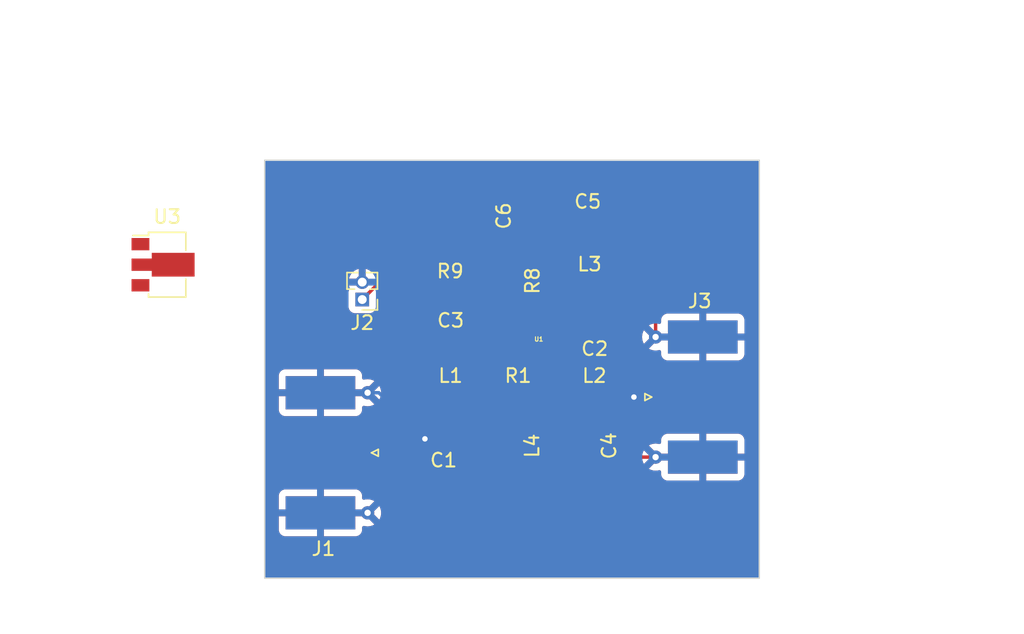
<source format=kicad_pcb>
(kicad_pcb (version 20221018) (generator pcbnew)
  (layers (0 "F.Cu" signal) (31 "B.Cu" signal) (34 "B.Paste" user) (35 "F.Paste" user) (36 "B.SilkS" user "B.Silkscreen") (37 "F.SilkS" user "F.Silkscreen") (38 "B.Mask" user) (39 "F.Mask" user) (44 "Edge.Cuts" user))
  (net 0 "")
  (net 1 "Net-(C1-Pad1)")
  (net 2 "GND")
  (net 3 "Net-(J3-Pin_1)")
  (net 4 "Net-(C2-Pad2)")
  (net 5 "Net-(C3-Pad2)")
  (net 6 "Net-(C4-Pad1)")
  (net 7 "Net-(C5-Pad1)")
  (net 8 "Net-(L4-Pad1)")
  (net 11 "Net-(J2-Pin_1)")
  (net 12 "Net-(J1-Pin_1)")
  (footprint "Capacitor_SMD:C_0201_0603Metric" (layer "F.Cu") (at 157.668 77.724)
    (fp_text reference "C5" (at 0 -1.05) (layer "F.SilkS"))
    (fp_text value "210pF")
    (pad "1" smd roundrect (at -0.32 0) (size 0.46 0.4) (layers "F.Cu" "F.Mask") (net 7 "Net-(C5-Pad1)"))
    (pad "2" smd roundrect (at 0.32 0) (size 0.46 0.4) (layers "F.Cu" "F.Mask") (net 2 "GND"))
  )
  (footprint "Inductor_SMD:L_0201_0603Metric" (layer "F.Cu") (at 152.563 94.488 -90)
    (fp_text reference "L4" (at 0 -1.05 90) (layer "F.SilkS"))
    (fp_text value "20nH")
    (pad "1" smd roundrect (at -0.32 0 270) (size 0.46 0.4) (layers "F.Cu" "F.Mask") (net 8 "Net-(L4-Pad1)"))
    (pad "2" smd roundrect (at 0.32 0 270) (size 0.46 0.4) (layers "F.Cu" "F.Mask") (net 2 "GND"))
  )
  (footprint "Capacitor_SMD:C_0201_0603Metric" (layer "F.Cu") (at 147.157 94.488 180)
    (fp_text reference "C1" (at 0 -1.05) (layer "F.SilkS"))
    (fp_text value "14pF")
    (pad "1" smd roundrect (at -0.32 0 180) (size 0.46 0.4) (layers "F.Cu" "F.Mask") (net 1 "Net-(C1-Pad1)"))
    (pad "2" smd roundrect (at 0.32 0 180) (size 0.46 0.4) (layers "F.Cu" "F.Mask") (net 2 "GND"))
  )
  (footprint "Inductor_SMD:L_0201_0603Metric" (layer "F.Cu") (at 147.665 90.424)
    (fp_text reference "L1" (at 0 -1.05) (layer "F.SilkS"))
    (fp_text value "39nH")
    (pad "1" smd roundrect (at -0.32 0) (size 0.46 0.4) (layers "F.Cu" "F.Mask") (net 12 "Net-(J1-Pin_1)"))
    (pad "2" smd roundrect (at 0.32 0) (size 0.46 0.4) (layers "F.Cu" "F.Mask") (net 1 "Net-(C1-Pad1)"))
  )
  (footprint "Connector_Coaxial:SMA_Molex_73251-1153_EdgeMount_Horizontal" (layer "F.Cu") (at 164.338 90.932 180)
    (fp_text reference "J3" (at -1.5 7) (layer "F.SilkS"))
    (fp_text value "Conn_01x02")
    (fp_line (start 2 0) (end 2.5 -0.25) (stroke (width 0.12)) (layer "F.SilkS"))
    (fp_line (start 2.5 -0.25) (end 2.5 0.25) (stroke (width 0.12)) (layer "F.SilkS"))
    (fp_line (start 2.5 0.25) (end 2 0) (stroke (width 0.12)) (layer "F.SilkS"))
    (pad "1" smd rect (at -1.72 0 180) (size 5.08 2.29) (layers "F.Cu" "F.Paste" "F.Mask") (net 3 "Net-(J3-Pin_1)"))
    (pad "2" smd rect (at -1.72 -4.38 180) (size 5.08 2.42) (layers "F.Cu" "F.Paste" "F.Mask") (net 2 "GND"))
    (pad "2" smd rect (at -1.72 -4.38 180) (size 5.08 2.42) (layers "B.Cu" "B.Paste" "B.Mask") (net 2 "GND"))
    (pad "2" smd rect (at -1.72 4.38 180) (size 5.08 2.42) (layers "F.Cu" "F.Paste" "F.Mask") (net 2 "GND"))
    (pad "2" smd rect (at -1.72 4.38 180) (size 5.08 2.42) (layers "B.Cu" "B.Paste" "B.Mask") (net 2 "GND"))
    (pad "2" smd rect (at 1.27 -4.38 180) (size 0.95 0.46) (layers "F.Cu") (net 2 "GND"))
    (pad "2" smd rect (at 1.27 -4.38 180) (size 0.95 0.46) (layers "B.Cu") (net 2 "GND"))
    (pad "2" smd rect (at 1.27 4.38 180) (size 0.95 0.46) (layers "F.Cu") (net 2 "GND"))
    (pad "2" smd rect (at 1.27 4.38 180) (size 0.95 0.46) (layers "B.Cu") (net 2 "GND"))
    (pad "2" thru_hole circle (at 1.72 -4.38 180) (size 0.97 0.97) (drill 0.46) (layers "*.Cu") (net 2 "GND"))
    (pad "2" thru_hole circle (at 1.72 4.38 180) (size 0.97 0.97) (drill 0.46) (layers "*.Cu") (net 2 "GND"))
  )
  (footprint "Resistor_SMD:R_0201_0603Metric" (layer "F.Cu") (at 147.64 82.804)
    (fp_text reference "R9" (at 0 -1.05) (layer "F.SilkS"))
    (fp_text value "100")
    (pad "1" smd roundrect (at -0.32 0) (size 0.46 0.4) (layers "F.Cu" "F.Mask") (net 11 "Net-(J2-Pin_1)"))
    (pad "2" smd roundrect (at 0.32 0) (size 0.46 0.4) (layers "F.Cu" "F.Mask") (net 7 "Net-(C5-Pad1)"))
  )
  (footprint "Capacitor_SMD:C_0201_0603Metric" (layer "F.Cu") (at 152.588 77.724 90)
    (fp_text reference "C6" (at 0 -1.05 90) (layer "F.SilkS"))
    (fp_text value "210pF")
    (pad "1" smd roundrect (at -0.32 0 90) (size 0.46 0.4) (layers "F.Cu" "F.Mask") (net 11 "Net-(J2-Pin_1)"))
    (pad "2" smd roundrect (at 0.32 0 90) (size 0.46 0.4) (layers "F.Cu" "F.Mask") (net 2 "GND"))
  )
  (footprint "Connector_PinHeader_1.27mm:PinHeader_1x02_P1.27mm_Vertical" (layer "F.Cu") (at 141.224 83.82 180)
    (fp_text reference "J2" (at 0 -1.695 180) (layer "F.SilkS"))
    (fp_text value "Conn_01x02")
    (fp_line (start -1.11 -0.76) (end 0 -0.76) (stroke (width 0.12)) (layer "F.SilkS"))
    (fp_line (start -1.11 0) (end -1.11 -0.76) (stroke (width 0.12)) (layer "F.SilkS"))
    (fp_line (start -1.11 0.76) (end -1.11 1.965) (stroke (width 0.12)) (layer "F.SilkS"))
    (fp_line (start -1.11 0.76) (end -0.563471 0.76) (stroke (width 0.12)) (layer "F.SilkS"))
    (fp_line (start -1.11 1.965) (end -0.30753 1.965) (stroke (width 0.12)) (layer "F.SilkS"))
    (fp_line (start 0.30753 1.965) (end 1.11 1.965) (stroke (width 0.12)) (layer "F.SilkS"))
    (fp_line (start 0.563471 0.76) (end 1.11 0.76) (stroke (width 0.12)) (layer "F.SilkS"))
    (fp_line (start 1.11 0.76) (end 1.11 1.965) (stroke (width 0.12)) (layer "F.SilkS"))
    (pad "1" thru_hole rect (at 0 0 180) (size 1 1) (drill 0.65) (layers "*.Cu" "*.Mask") (net 11 "Net-(J2-Pin_1)"))
    (pad "2" thru_hole oval (at 0 1.27 180) (size 1 1) (drill 0.65) (layers "*.Cu" "*.Mask") (net 2 "GND"))
  )
  (footprint "Resistor_SMD:R_0201_0603Metric" (layer "F.Cu") (at 152.588 82.296 -90)
    (fp_text reference "R8" (at 0.163 -1.05 90) (layer "F.SilkS"))
    (fp_text value "8.2k")
    (pad "1" smd roundrect (at -0.32 0 270) (size 0.46 0.4) (layers "F.Cu" "F.Mask") (net 7 "Net-(C5-Pad1)"))
    (pad "2" smd roundrect (at 0.32 0 270) (size 0.46 0.4) (layers "F.Cu" "F.Mask") (net 5 "Net-(C3-Pad2)"))
  )
  (footprint "Inductor_SMD:L_0201_0603Metric" (layer "F.Cu") (at 157.8 82.296)
    (fp_text reference "L3" (at 0 -1.05) (layer "F.SilkS"))
    (fp_text value "210nH")
    (pad "1" smd roundrect (at -0.32 0) (size 0.46 0.4) (layers "F.Cu" "F.Mask") (net 7 "Net-(C5-Pad1)"))
    (pad "2" smd roundrect (at 0.32 0) (size 0.46 0.4) (layers "F.Cu" "F.Mask") (net 4 "Net-(C2-Pad2)"))
  )
  (footprint "Inductor_SMD:L_0201_0603Metric" (layer "F.Cu") (at 158.151 90.424)
    (fp_text reference "L2" (at 0 -1.05) (layer "F.SilkS"))
    (fp_text value "22nH")
    (pad "1" smd roundrect (at -0.32 0) (size 0.46 0.4) (layers "F.Cu" "F.Mask") (net 4 "Net-(C2-Pad2)"))
    (pad "2" smd roundrect (at 0.32 0) (size 0.46 0.4) (layers "F.Cu" "F.Mask") (net 6 "Net-(C4-Pad1)"))
  )
  (footprint "Connector_Coaxial:SMA_Molex_73251-1153_EdgeMount_Horizontal" (layer "F.Cu") (at 139.896 94.996)
    (fp_text reference "J1" (at -1.5 7) (layer "F.SilkS"))
    (fp_text value "Conn_01x02")
    (fp_line (start 2 0) (end 2.5 -0.25) (stroke (width 0.12)) (layer "F.SilkS"))
    (fp_line (start 2.5 -0.25) (end 2.5 0.25) (stroke (width 0.12)) (layer "F.SilkS"))
    (fp_line (start 2.5 0.25) (end 2 0) (stroke (width 0.12)) (layer "F.SilkS"))
    (pad "1" smd rect (at -1.72 0) (size 5.08 2.29) (layers "F.Cu" "F.Paste" "F.Mask") (net 12 "Net-(J1-Pin_1)"))
    (pad "2" smd rect (at -1.72 -4.38) (size 5.08 2.42) (layers "F.Cu" "F.Paste" "F.Mask") (net 2 "GND"))
    (pad "2" smd rect (at -1.72 -4.38) (size 5.08 2.42) (layers "B.Cu" "B.Paste" "B.Mask") (net 2 "GND"))
    (pad "2" smd rect (at -1.72 4.38) (size 5.08 2.42) (layers "F.Cu" "F.Paste" "F.Mask") (net 2 "GND"))
    (pad "2" smd rect (at -1.72 4.38) (size 5.08 2.42) (layers "B.Cu" "B.Paste" "B.Mask") (net 2 "GND"))
    (pad "2" smd rect (at 1.27 -4.38) (size 0.95 0.46) (layers "F.Cu") (net 2 "GND"))
    (pad "2" smd rect (at 1.27 -4.38) (size 0.95 0.46) (layers "B.Cu") (net 2 "GND"))
    (pad "2" smd rect (at 1.27 4.38) (size 0.95 0.46) (layers "F.Cu") (net 2 "GND"))
    (pad "2" smd rect (at 1.27 4.38) (size 0.95 0.46) (layers "B.Cu") (net 2 "GND"))
    (pad "2" thru_hole circle (at 1.72 -4.38) (size 0.97 0.97) (drill 0.46) (layers "*.Cu") (net 2 "GND"))
    (pad "2" thru_hole circle (at 1.72 4.38) (size 0.97 0.97) (drill 0.46) (layers "*.Cu") (net 2 "GND"))
  )
  (footprint "Package_TO_SOT_SMD:SOT-89-3" (layer "F.Cu") (at 127 81.28)
    (fp_text reference "U3" (at 0 -3.5) (layer "F.SilkS"))
    (fp_text value "AP130-15Y")
    (fp_line (start -2.5 -2.13) (end -1.36 -2.13) (stroke (width 0.12)) (layer "F.SilkS"))
    (fp_line (start -1.36 -2.36) (end -1.36 -2.13) (stroke (width 0.12)) (layer "F.SilkS"))
    (fp_line (start -1.36 -2.36) (end 1.36 -2.36) (stroke (width 0.12)) (layer "F.SilkS"))
    (fp_line (start -1.36 2.36) (end -1.36 2.13) (stroke (width 0.12)) (layer "F.SilkS"))
    (fp_line (start 1.36 -2.36) (end 1.36 -1.05) (stroke (width 0.12)) (layer "F.SilkS"))
    (fp_line (start 1.36 1.05) (end 1.36 2.36) (stroke (width 0.12)) (layer "F.SilkS"))
    (fp_line (start 1.36 2.36) (end -1.36 2.36) (stroke (width 0.12)) (layer "F.SilkS"))
    (pad "1" smd rect (at -1.95 -1.5) (size 1.3 0.9) (layers "F.Cu" "F.Paste" "F.Mask"))
    (pad "2" smd custom (at -1.8625 0) (size 1.475 0.9) (layers "F.Cu" "F.Paste" "F.Mask") (options (clearance outline) (anchor rect)) (primitives (gr_poly (pts (xy 3.8625 0.8665) (xy 0.7375 0.8665) (xy 0.7375 -0.8665) (xy 3.8625 -0.8665)) (width 0) (fill yes))))
    (pad "3" smd rect (at -1.95 1.5) (size 1.3 0.9) (layers "F.Cu" "F.Paste" "F.Mask"))
  )
  (footprint "Capacitor_SMD:C_0201_0603Metric" (layer "F.Cu") (at 147.508 86.36)
    (fp_text reference "C3" (at 0.163 -1.016) (layer "F.SilkS"))
    (fp_text value "330pF")
    (pad "1" smd roundrect (at -0.32 0) (size 0.46 0.4) (layers "F.Cu" "F.Mask") (net 1 "Net-(C1-Pad1)"))
    (pad "2" smd roundrect (at 0.32 0) (size 0.46 0.4) (layers "F.Cu" "F.Mask") (net 5 "Net-(C3-Pad2)"))
  )
  (footprint "Capacitor_SMD:C_0201_0603Metric" (layer "F.Cu") (at 158.176 86.36 180)
    (fp_text reference "C2" (at 0 -1.05) (layer "F.SilkS"))
    (fp_text value "6.8pF")
    (pad "1" smd roundrect (at -0.32 0 180) (size 0.46 0.4) (layers "F.Cu" "F.Mask") (net 3 "Net-(J3-Pin_1)"))
    (pad "2" smd roundrect (at 0.32 0 180) (size 0.46 0.4) (layers "F.Cu" "F.Mask") (net 4 "Net-(C2-Pad2)"))
  )
  (footprint "Capacitor_SMD:C_0201_0603Metric" (layer "F.Cu") (at 158.176 94.488 -90)
    (fp_text reference "C4" (at 0 -1.05 90) (layer "F.SilkS"))
    (fp_text value "210pF")
    (pad "1" smd roundrect (at -0.32 0 270) (size 0.46 0.4) (layers "F.Cu" "F.Mask") (net 6 "Net-(C4-Pad1)"))
    (pad "2" smd roundrect (at 0.32 0 270) (size 0.46 0.4) (layers "F.Cu" "F.Mask") (net 2 "GND"))
  )
  (footprint "Resistor_SMD:R_0201_0603Metric" (layer "F.Cu") (at 152.588 90.424)
    (fp_text reference "R1" (at 0 -1.05) (layer "F.SilkS"))
    (fp_text value "54.2")
    (pad "1" smd roundrect (at -0.32 0) (size 0.46 0.4) (layers "F.Cu" "F.Mask") (net 5 "Net-(C3-Pad2)"))
    (pad "2" smd roundrect (at 0.32 0) (size 0.46 0.4) (layers "F.Cu" "F.Mask") (net 8 "Net-(L4-Pad1)"))
  )
  (footprint "BFP640:SOT343" (layer "F.Cu") (at 152.408 86.652)
    (fp_text reference "U1" (at 1.691281 0.060045 180) (layer "F.SilkS") (effects (font (size 0.315198 0.315198))))
    (fp_text value "BFP640")
    (pad "1" smd rect (at -0.65 0.8) (size 0.6 0.8) (layers "F.Cu" "F.Paste" "F.Mask") (net 5 "Net-(C3-Pad2)"))
    (pad "2" smd rect (at 0.5 0.8) (size 0.9 0.8) (layers "F.Cu" "F.Paste" "F.Mask"))
    (pad "3" smd rect (at 0.65 -0.8) (size 0.6 0.8) (layers "F.Cu" "F.Paste" "F.Mask") (net 4 "Net-(C2-Pad2)"))
    (pad "4" smd rect (at -0.65 -0.8) (size 0.6 0.8) (layers "F.Cu" "F.Paste" "F.Mask"))
  )
  (gr_rect (start 134.112 73.66) (end 170.18 104.14) (stroke (width 0.1)) (fill none) (layer "Edge.Cuts"))
  (segment (start 147.477 93.654188) (end 147.477 94.488) (width 0.25) (layer "F.Cu") (net 1))
  (segment (start 147.985 90.424) (end 147.985 87.350812) (width 0.25) (layer "F.Cu") (net 1))
  (segment (start 147.985 90.424) (end 147.985 93.146188) (width 0.25) (layer "F.Cu") (net 1))
  (segment (start 147.985 87.350812) (end 147.188 86.553812) (width 0.25) (layer "F.Cu") (net 1))
  (segment (start 147.188 86.553812) (end 147.188 86.36) (width 0.25) (layer "F.Cu") (net 1))
  (segment (start 147.985 93.146188) (end 147.477 93.654188) (width 0.25) (layer "F.Cu") (net 1))
  (segment (start 146.837 94.488) (end 146.837 97.511) (width 0.25) (layer "F.Cu") (net 2))
  (segment (start 146.837 94.488) (end 146.304 94.488) (width 0.25) (layer "F.Cu") (net 2))
  (segment (start 158.692 94.808) (end 159.196 95.312) (width 0.25) (layer "F.Cu") (net 2))
  (segment (start 156.276 94.808) (end 157.988 96.52) (width 0.25) (layer "F.Cu") (net 2))
  (segment (start 162.618 83.37) (end 160.528 81.28) (width 0.25) (layer "F.Cu") (net 2))
  (segment (start 160.02 75.184) (end 160.528 75.692) (width 0.25) (layer "F.Cu") (net 2))
  (segment (start 147.477 98.395) (end 147.32 98.552) (width 0.25) (layer "F.Cu") (net 2))
  (segment (start 157.988 96.52) (end 159.196 95.312) (width 0.25) (layer "F.Cu") (net 2))
  (segment (start 142.44 98.552) (end 141.616 99.376) (width 0.25) (layer "F.Cu") (net 2))
  (segment (start 145.796 98.552) (end 142.44 98.552) (width 0.25) (layer "F.Cu") (net 2))
  (segment (start 160.528 75.692) (end 160.528 81.28) (width 0.25) (layer "F.Cu") (net 2))
  (segment (start 151.064 94.808) (end 147.477 98.395) (width 0.25) (layer "F.Cu") (net 2))
  (segment (start 156.464 75.184) (end 160.02 75.184) (width 0.25) (layer "F.Cu") (net 2))
  (segment (start 157.988 77.724) (end 157.988 78.74) (width 0.25) (layer "F.Cu") (net 2))
  (segment (start 158.176 94.808) (end 158.692 94.808) (width 0.25) (layer "F.Cu") (net 2))
  (segment (start 162.618 86.552) (end 162.618 83.37) (width 0.25) (layer "F.Cu") (net 2))
  (segment (start 152.588 77.404) (end 154.244 77.404) (width 0.25) (layer "F.Cu") (net 2))
  (segment (start 152.563 94.808) (end 156.276 94.808) (width 0.25) (layer "F.Cu") (net 2))
  (segment (start 147.32 98.552) (end 145.796 98.552) (width 0.25) (layer "F.Cu") (net 2))
  (segment (start 159.196 95.312) (end 161.036 95.312) (width 0.25) (layer "F.Cu") (net 2))
  (segment (start 146.837 97.511) (end 145.796 98.552) (width 0.25) (layer "F.Cu") (net 2))
  (segment (start 152.563 94.808) (end 151.064 94.808) (width 0.25) (layer "F.Cu") (net 2))
  (segment (start 157.988 78.74) (end 160.528 81.28) (width 0.25) (layer "F.Cu") (net 2))
  (segment (start 161.036 95.312) (end 162.618 95.312) (width 0.25) (layer "F.Cu") (net 2))
  (segment (start 146.304 94.488) (end 145.796 93.98) (width 0.25) (layer "F.Cu") (net 2))
  (segment (start 154.244 77.404) (end 156.464 75.184) (width 0.25) (layer "F.Cu") (net 2))
  (segment (start 161.036 95.312) (end 161.036 90.932) (width 0.25) (layer "F.Cu") (net 2))
  (segment (start 157.988 78.74) (end 157.988 78.938) (width 0.25) (layer "F.Cu") (net 2))
  (via (at 161.036 90.932) (size 0.8) (drill 0.4) (layers "F.Cu" "B.Cu") (net 2))
  (via (at 145.796 93.98) (size 0.8) (drill 0.4) (layers "F.Cu" "B.Cu") (net 2))
  (segment (start 161.036 88.134) (end 161.036 90.932) (width 0.25) (layer "B.Cu") (net 2))
  (segment (start 162.618 86.552) (end 161.036 88.134) (width 0.25) (layer "B.Cu") (net 2))
  (segment (start 142.432 90.616) (end 145.796 93.98) (width 0.25) (layer "B.Cu") (net 2))
  (segment (start 141.616 90.616) (end 142.432 90.616) (width 0.25) (layer "B.Cu") (net 2))
  (segment (start 158.496 86.36) (end 163.068 90.932) (width 0.25) (layer "F.Cu") (net 3))
  (segment (start 163.068 90.932) (end 166.058 90.932) (width 0.25) (layer "F.Cu") (net 3))
  (segment (start 155.271999 86.36) (end 154.763999 85.852) (width 0.25) (layer "F.Cu") (net 4))
  (segment (start 158.12 82.495999) (end 154.763999 85.852) (width 0.25) (layer "F.Cu") (net 4))
  (segment (start 157.856 86.36) (end 155.271999 86.36) (width 0.25) (layer "F.Cu") (net 4))
  (segment (start 157.831 88.919001) (end 155.271999 86.36) (width 0.25) (layer "F.Cu") (net 4))
  (segment (start 154.763999 85.852) (end 153.058 85.852) (width 0.25) (layer "F.Cu") (net 4))
  (segment (start 157.831 90.424) (end 157.831 88.919001) (width 0.25) (layer "F.Cu") (net 4))
  (segment (start 158.12 82.296) (end 158.12 82.495999) (width 0.25) (layer "F.Cu") (net 4))
  (segment (start 150.666 86.36) (end 151.758 87.452) (width 0.25) (layer "F.Cu") (net 5))
  (segment (start 148.844 86.36) (end 149.352 86.36) (width 0.25) (layer "F.Cu") (net 5))
  (segment (start 152.268 89.784) (end 148.844 86.36) (width 0.25) (layer "F.Cu") (net 5))
  (segment (start 149.352 86.36) (end 150.666 86.36) (width 0.25) (layer "F.Cu") (net 5))
  (segment (start 152.268 90.424) (end 152.268 89.784) (width 0.25) (layer "F.Cu") (net 5))
  (segment (start 147.828 86.36) (end 148.844 86.36) (width 0.25) (layer "F.Cu") (net 5))
  (segment (start 152.588 83.124) (end 149.352 86.36) (width 0.25) (layer "F.Cu") (net 5))
  (segment (start 152.588 82.616) (end 152.588 83.124) (width 0.25) (layer "F.Cu") (net 5))
  (segment (start 158.471 93.873) (end 158.176 94.168) (width 0.25) (layer "F.Cu") (net 6))
  (segment (start 158.471 90.424) (end 158.471 93.873) (width 0.25) (layer "F.Cu") (net 6))
  (segment (start 153.096 81.976) (end 154.366 80.706) (width 0.25) (layer "F.Cu") (net 7))
  (segment (start 155.382 79.69) (end 157.348 77.724) (width 0.25) (layer "F.Cu") (net 7))
  (segment (start 152.588 81.976) (end 153.096 81.976) (width 0.25) (layer "F.Cu") (net 7))
  (segment (start 155.956 82.296) (end 154.366 80.706) (width 0.25) (layer "F.Cu") (net 7))
  (segment (start 157.48 82.296) (end 155.956 82.296) (width 0.25) (layer "F.Cu") (net 7))
  (segment (start 147.96 82.804) (end 148.788 81.976) (width 0.25) (layer "F.Cu") (net 7))
  (segment (start 154.366 80.706) (end 155.382 79.69) (width 0.25) (layer "F.Cu") (net 7))
  (segment (start 148.788 81.976) (end 152.588 81.976) (width 0.25) (layer "F.Cu") (net 7))
  (segment (start 152.908 90.424) (end 152.908 93.823) (width 0.25) (layer "F.Cu") (net 8))
  (segment (start 152.908 93.823) (end 152.563 94.168) (width 0.25) (layer "F.Cu") (net 8))
  (segment (start 152.588 78.044) (end 151.880001 78.044) (width 0.25) (layer "F.Cu") (net 11))
  (segment (start 147.32 82.604001) (end 147.32 82.804) (width 0.25) (layer "F.Cu") (net 11))
  (segment (start 142.24 82.804) (end 141.224 83.82) (width 0.25) (layer "F.Cu") (net 11))
  (segment (start 147.32 82.804) (end 142.24 82.804) (width 0.25) (layer "F.Cu") (net 11))
  (segment (start 151.880001 78.044) (end 147.32 82.604001) (width 0.25) (layer "F.Cu") (net 11))
  (segment (start 138.176 94.996) (end 142.773 94.996) (width 0.25) (layer "F.Cu") (net 12))
  (segment (start 142.773 94.996) (end 147.345 90.424) (width 0.25) (layer "F.Cu") (net 12))
  (zone (net 2) (net_name "GND") (layer "F.Cu") (priority 1) (connect_pads (clearance 0.5)) (min_thickness 0.25) (fill yes (thermal_gap 0.5) (thermal_bridge_width 0.5))
    (polygon (pts (xy 114.808 61.976) (xy 187.96 64.516) (xy 185.42 106.68) (xy 115.824 105.664)))
  )
  (zone (net 2) (net_name "GND") (layer "B.Cu") (connect_pads (clearance 0.5)) (min_thickness 0.25) (fill yes (thermal_gap 0.5) (thermal_bridge_width 0.5))
    (polygon (pts (xy 114.808 61.976) (xy 189.484 64.008) (xy 185.928 108.204) (xy 117.348 107.188)))
  )
)
</source>
